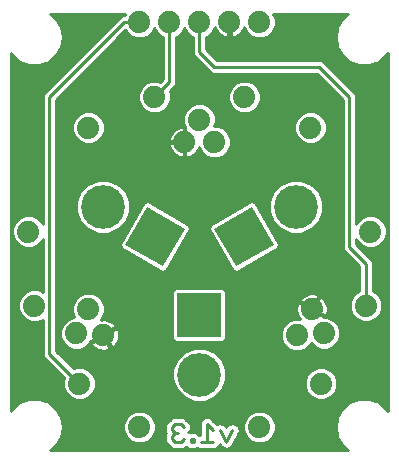
<source format=gbl>
G75*
G70*
%OFA0B0*%
%FSLAX24Y24*%
%IPPOS*%
%LPD*%
%AMOC8*
5,1,8,0,0,1.08239X$1,22.5*
%
%ADD10C,0.0110*%
%ADD11C,0.1457*%
%ADD12R,0.1457X0.1457*%
%ADD13R,0.1457X0.1457*%
%ADD14C,0.0740*%
%ADD15C,0.0100*%
D10*
X019923Y007603D02*
X020022Y007505D01*
X020219Y007505D01*
X020317Y007603D01*
X020541Y007603D02*
X020541Y007505D01*
X020639Y007505D01*
X020639Y007603D01*
X020541Y007603D01*
X020890Y007505D02*
X021284Y007505D01*
X021087Y007505D02*
X021087Y008096D01*
X021284Y007899D01*
X021535Y007899D02*
X021731Y007505D01*
X021928Y007899D01*
X020317Y007997D02*
X020219Y008096D01*
X020022Y008096D01*
X019923Y007997D01*
X019923Y007899D01*
X020022Y007800D01*
X019923Y007702D01*
X019923Y007603D01*
X020022Y007800D02*
X020120Y007800D01*
D11*
X020833Y009750D03*
X017617Y015350D03*
X024049Y015350D03*
D12*
X020833Y011750D03*
D13*
G36*
X019083Y015344D02*
X020343Y014616D01*
X019615Y013356D01*
X018355Y014084D01*
X019083Y015344D01*
G37*
G36*
X023311Y014084D02*
X022051Y013356D01*
X021323Y014616D01*
X022583Y015344D01*
X023311Y014084D01*
G37*
D14*
X026533Y014518D03*
X026383Y012049D03*
X024983Y011125D03*
X024083Y011067D03*
X024583Y011933D03*
X024883Y009451D03*
X022833Y008000D03*
X018833Y008000D03*
X016833Y009451D03*
X017633Y011067D03*
X016734Y011125D03*
X017133Y011933D03*
X015333Y012049D03*
X015133Y014518D03*
X020333Y017500D03*
X021333Y017500D03*
X020833Y018250D03*
X022333Y019000D03*
X024533Y017982D03*
X019333Y019000D03*
X017133Y017982D03*
X018833Y021500D03*
X019833Y021500D03*
X020833Y021500D03*
X021833Y021500D03*
X022833Y021500D03*
D15*
X014553Y020471D02*
X014553Y008529D01*
X014602Y008614D01*
X014856Y008827D01*
X014856Y008827D01*
X015168Y008940D01*
X015499Y008940D01*
X015811Y008827D01*
X015811Y008827D01*
X016065Y008614D01*
X016065Y008614D01*
X016230Y008326D01*
X016230Y008326D01*
X016288Y008000D01*
X016288Y008000D01*
X016230Y007674D01*
X016230Y007674D01*
X016065Y007386D01*
X016065Y007386D01*
X016065Y007386D01*
X015866Y007220D01*
X025801Y007220D01*
X025602Y007386D01*
X025602Y007386D01*
X025436Y007674D01*
X025436Y007674D01*
X025379Y008000D01*
X025379Y008000D01*
X025436Y008326D01*
X025436Y008326D01*
X025602Y008614D01*
X025602Y008614D01*
X025602Y008614D01*
X025856Y008827D01*
X025856Y008827D01*
X026168Y008940D01*
X026499Y008940D01*
X026811Y008827D01*
X026811Y008827D01*
X027065Y008614D01*
X027065Y008614D01*
X027113Y008529D01*
X027113Y020471D01*
X027065Y020386D01*
X027065Y020386D01*
X026811Y020173D01*
X026499Y020060D01*
X026499Y020060D01*
X026168Y020060D01*
X025856Y020173D01*
X025856Y020173D01*
X025602Y020386D01*
X025602Y020386D01*
X025436Y020674D01*
X025436Y020674D01*
X025379Y021000D01*
X025379Y021000D01*
X025436Y021326D01*
X025436Y021326D01*
X025602Y021614D01*
X025602Y021614D01*
X025602Y021614D01*
X025801Y021780D01*
X023302Y021780D01*
X023373Y021607D01*
X023373Y021393D01*
X023291Y021194D01*
X023139Y021042D01*
X022941Y020960D01*
X022726Y020960D01*
X022527Y021042D01*
X022376Y021194D01*
X022322Y021322D01*
X022315Y021300D01*
X022278Y021227D01*
X022230Y021161D01*
X022172Y021103D01*
X022106Y021055D01*
X022033Y021018D01*
X021955Y020993D01*
X021883Y020981D01*
X021883Y021450D01*
X021783Y021450D01*
X021783Y020981D01*
X021712Y020993D01*
X021634Y021018D01*
X021561Y021055D01*
X021495Y021103D01*
X021437Y021161D01*
X021389Y021227D01*
X021351Y021300D01*
X021344Y021322D01*
X021291Y021194D01*
X021139Y021042D01*
X021053Y021007D01*
X021053Y020591D01*
X021424Y020220D01*
X024924Y020220D01*
X025053Y020091D01*
X026053Y019091D01*
X026053Y014770D01*
X026076Y014824D01*
X026227Y014976D01*
X026426Y015058D01*
X026641Y015058D01*
X026839Y014976D01*
X026991Y014824D01*
X027073Y014625D01*
X027073Y014411D01*
X026991Y014212D01*
X026839Y014060D01*
X026641Y013978D01*
X026426Y013978D01*
X026227Y014060D01*
X026076Y014212D01*
X026053Y014266D01*
X026053Y014091D01*
X026603Y013541D01*
X026603Y012542D01*
X026689Y012507D01*
X026841Y012355D01*
X026923Y012156D01*
X026923Y011942D01*
X026841Y011743D01*
X026689Y011591D01*
X026491Y011509D01*
X026276Y011509D01*
X026077Y011591D01*
X025926Y011743D01*
X025843Y011942D01*
X025843Y012156D01*
X025926Y012355D01*
X026077Y012507D01*
X026163Y012542D01*
X026163Y013359D01*
X025742Y013780D01*
X025613Y013909D01*
X025613Y018909D01*
X024742Y019780D01*
X021242Y019780D01*
X020742Y020280D01*
X020613Y020409D01*
X020613Y021007D01*
X020527Y021042D01*
X020376Y021194D01*
X020333Y021296D01*
X020291Y021194D01*
X020139Y021042D01*
X020053Y021007D01*
X020053Y019409D01*
X019924Y019280D01*
X019838Y019193D01*
X019873Y019107D01*
X019873Y018893D01*
X019791Y018694D01*
X019639Y018542D01*
X019441Y018460D01*
X019226Y018460D01*
X019027Y018542D01*
X018876Y018694D01*
X018793Y018893D01*
X018793Y019107D01*
X018876Y019306D01*
X019027Y019458D01*
X019226Y019540D01*
X019441Y019540D01*
X019527Y019504D01*
X019613Y019591D01*
X019613Y021007D01*
X019527Y021042D01*
X019376Y021194D01*
X019333Y021296D01*
X019291Y021194D01*
X019139Y021042D01*
X018941Y020960D01*
X018726Y020960D01*
X018527Y021042D01*
X018376Y021194D01*
X018365Y021220D01*
X016053Y018909D01*
X016053Y010542D01*
X016640Y009955D01*
X016726Y009991D01*
X016941Y009991D01*
X017139Y009909D01*
X017291Y009757D01*
X019935Y009757D01*
X019935Y009855D02*
X017192Y009855D01*
X017291Y009757D02*
X017373Y009558D01*
X017373Y009344D01*
X017291Y009145D01*
X017139Y008993D01*
X016941Y008911D01*
X016726Y008911D01*
X016527Y008993D01*
X016376Y009145D01*
X016293Y009344D01*
X016293Y009558D01*
X016329Y009644D01*
X015669Y010304D01*
X015613Y010360D01*
X015613Y010360D01*
X015613Y010452D01*
X015613Y011581D01*
X015441Y011509D01*
X015226Y011509D01*
X015027Y011591D01*
X014876Y011743D01*
X014793Y011942D01*
X014793Y012156D01*
X014876Y012355D01*
X015027Y012507D01*
X015226Y012589D01*
X015441Y012589D01*
X015613Y012518D01*
X015613Y014266D01*
X015591Y014212D01*
X015439Y014060D01*
X015241Y013978D01*
X015026Y013978D01*
X014827Y014060D01*
X014676Y014212D01*
X014593Y014411D01*
X014593Y014625D01*
X014676Y014824D01*
X014827Y014976D01*
X015026Y015058D01*
X015241Y015058D01*
X015439Y014976D01*
X015591Y014824D01*
X015613Y014770D01*
X015613Y019091D01*
X015742Y019220D01*
X018113Y021591D01*
X018242Y021720D01*
X018340Y021720D01*
X018365Y021780D01*
X015866Y021780D01*
X016065Y021614D01*
X016065Y021614D01*
X016230Y021326D01*
X016230Y021326D01*
X016288Y021000D01*
X016288Y021000D01*
X016230Y020674D01*
X016230Y020674D01*
X016065Y020386D01*
X016065Y020386D01*
X016065Y020386D01*
X015811Y020173D01*
X015811Y020173D01*
X015499Y020060D01*
X015168Y020060D01*
X014856Y020173D01*
X014856Y020173D01*
X014602Y020386D01*
X014602Y020386D01*
X014553Y020471D01*
X014553Y020395D02*
X014597Y020395D01*
X014553Y020297D02*
X014709Y020297D01*
X014827Y020198D02*
X014553Y020198D01*
X014553Y020100D02*
X015059Y020100D01*
X015608Y020100D02*
X016622Y020100D01*
X016720Y020198D02*
X015840Y020198D01*
X015957Y020297D02*
X016819Y020297D01*
X016917Y020395D02*
X016069Y020395D01*
X016126Y020494D02*
X017016Y020494D01*
X017114Y020592D02*
X016183Y020592D01*
X016233Y020691D02*
X017213Y020691D01*
X017311Y020789D02*
X016251Y020789D01*
X016268Y020888D02*
X017410Y020888D01*
X017508Y020986D02*
X016285Y020986D01*
X016273Y021085D02*
X017607Y021085D01*
X017705Y021183D02*
X016256Y021183D01*
X016238Y021282D02*
X017804Y021282D01*
X017902Y021380D02*
X016199Y021380D01*
X016142Y021479D02*
X018001Y021479D01*
X018099Y021577D02*
X016086Y021577D01*
X015991Y021676D02*
X018198Y021676D01*
X018362Y021774D02*
X015873Y021774D01*
X017736Y020592D02*
X019613Y020592D01*
X019613Y020494D02*
X017638Y020494D01*
X017539Y020395D02*
X019613Y020395D01*
X019613Y020297D02*
X017441Y020297D01*
X017342Y020198D02*
X019613Y020198D01*
X019613Y020100D02*
X017244Y020100D01*
X017145Y020001D02*
X019613Y020001D01*
X019613Y019903D02*
X017047Y019903D01*
X016948Y019804D02*
X019613Y019804D01*
X019613Y019706D02*
X016850Y019706D01*
X016751Y019607D02*
X019613Y019607D01*
X019531Y019509D02*
X019517Y019509D01*
X019833Y019500D02*
X019833Y021500D01*
X020327Y021282D02*
X020339Y021282D01*
X020387Y021183D02*
X020280Y021183D01*
X020182Y021085D02*
X020485Y021085D01*
X020613Y020986D02*
X020053Y020986D01*
X020053Y020888D02*
X020613Y020888D01*
X020613Y020789D02*
X020053Y020789D01*
X020053Y020691D02*
X020613Y020691D01*
X020613Y020592D02*
X020053Y020592D01*
X020053Y020494D02*
X020613Y020494D01*
X020627Y020395D02*
X020053Y020395D01*
X020053Y020297D02*
X020726Y020297D01*
X020824Y020198D02*
X020053Y020198D01*
X020053Y020100D02*
X020923Y020100D01*
X021021Y020001D02*
X020053Y020001D01*
X020053Y019903D02*
X021120Y019903D01*
X021218Y019804D02*
X020053Y019804D01*
X020053Y019706D02*
X024817Y019706D01*
X024915Y019607D02*
X020053Y019607D01*
X020053Y019509D02*
X022150Y019509D01*
X022226Y019540D02*
X022027Y019458D01*
X021876Y019306D01*
X021793Y019107D01*
X021793Y018893D01*
X021876Y018694D01*
X022027Y018542D01*
X022226Y018460D01*
X022441Y018460D01*
X022639Y018542D01*
X022791Y018694D01*
X022873Y018893D01*
X022873Y019107D01*
X022791Y019306D01*
X022639Y019458D01*
X022441Y019540D01*
X022226Y019540D01*
X021980Y019410D02*
X020053Y019410D01*
X019956Y019312D02*
X021881Y019312D01*
X021837Y019213D02*
X019857Y019213D01*
X019870Y019115D02*
X021796Y019115D01*
X021793Y019016D02*
X019873Y019016D01*
X019873Y018918D02*
X021793Y018918D01*
X021824Y018819D02*
X019843Y018819D01*
X019802Y018721D02*
X020558Y018721D01*
X020527Y018708D02*
X020376Y018556D01*
X020293Y018357D01*
X020293Y018143D01*
X020363Y017974D01*
X020363Y017530D01*
X020303Y017530D01*
X020303Y017470D01*
X019813Y017470D01*
X019813Y017459D01*
X019826Y017378D01*
X019851Y017300D01*
X019889Y017227D01*
X019937Y017161D01*
X019995Y017103D01*
X020061Y017055D01*
X020134Y017018D01*
X020212Y016993D01*
X020292Y016980D01*
X020303Y016980D01*
X020303Y017470D01*
X020363Y017470D01*
X020363Y016980D01*
X020374Y016980D01*
X020455Y016993D01*
X020533Y017018D01*
X020606Y017055D01*
X020672Y017103D01*
X020730Y017161D01*
X020778Y017227D01*
X020815Y017300D01*
X020822Y017322D01*
X020876Y017194D01*
X021027Y017042D01*
X021226Y016960D01*
X021441Y016960D01*
X021639Y017042D01*
X021791Y017194D01*
X021873Y017393D01*
X021873Y017607D01*
X021791Y017806D01*
X021639Y017958D01*
X021441Y018040D01*
X021331Y018040D01*
X021373Y018143D01*
X021373Y018357D01*
X021291Y018556D01*
X021139Y018708D01*
X020941Y018790D01*
X020726Y018790D01*
X020527Y018708D01*
X020442Y018622D02*
X019719Y018622D01*
X019594Y018524D02*
X020362Y018524D01*
X020321Y018425D02*
X017454Y018425D01*
X017439Y018440D02*
X017591Y018288D01*
X017673Y018089D01*
X017673Y017875D01*
X017591Y017676D01*
X017439Y017524D01*
X017241Y017442D01*
X017026Y017442D01*
X016827Y017524D01*
X016676Y017676D01*
X016593Y017875D01*
X016593Y018089D01*
X016676Y018288D01*
X016827Y018440D01*
X017026Y018522D01*
X017241Y018522D01*
X017439Y018440D01*
X017553Y018327D02*
X020293Y018327D01*
X020293Y018228D02*
X017616Y018228D01*
X017657Y018130D02*
X020299Y018130D01*
X020340Y018031D02*
X017673Y018031D01*
X017673Y017933D02*
X020044Y017933D01*
X020061Y017945D02*
X019995Y017897D01*
X019937Y017839D01*
X019889Y017773D01*
X019851Y017700D01*
X019826Y017622D01*
X019813Y017541D01*
X019813Y017530D01*
X020303Y017530D01*
X020303Y018020D01*
X020292Y018020D01*
X020212Y018007D01*
X020134Y017982D01*
X020061Y017945D01*
X019933Y017834D02*
X017657Y017834D01*
X017616Y017736D02*
X019870Y017736D01*
X019831Y017637D02*
X017552Y017637D01*
X017453Y017539D02*
X019813Y017539D01*
X019816Y017440D02*
X016053Y017440D01*
X016053Y017342D02*
X019838Y017342D01*
X019881Y017243D02*
X016053Y017243D01*
X016053Y017145D02*
X019953Y017145D01*
X020079Y017046D02*
X016053Y017046D01*
X016053Y016948D02*
X025613Y016948D01*
X025613Y017046D02*
X021643Y017046D01*
X021742Y017145D02*
X025613Y017145D01*
X025613Y017243D02*
X021811Y017243D01*
X021852Y017342D02*
X025613Y017342D01*
X025613Y017440D02*
X021873Y017440D01*
X021873Y017539D02*
X024213Y017539D01*
X024227Y017524D02*
X024426Y017442D01*
X024641Y017442D01*
X024839Y017524D01*
X024991Y017676D01*
X025073Y017875D01*
X025073Y018089D01*
X024991Y018288D01*
X024839Y018440D01*
X024641Y018522D01*
X024426Y018522D01*
X024227Y018440D01*
X024076Y018288D01*
X023993Y018089D01*
X023993Y017875D01*
X024076Y017676D01*
X024227Y017524D01*
X024115Y017637D02*
X021861Y017637D01*
X021820Y017736D02*
X024051Y017736D01*
X024010Y017834D02*
X021763Y017834D01*
X021664Y017933D02*
X023993Y017933D01*
X023993Y018031D02*
X021462Y018031D01*
X021368Y018130D02*
X024010Y018130D01*
X024051Y018228D02*
X021373Y018228D01*
X021373Y018327D02*
X024114Y018327D01*
X024213Y018425D02*
X021345Y018425D01*
X021305Y018524D02*
X022073Y018524D01*
X021948Y018622D02*
X021225Y018622D01*
X021109Y018721D02*
X021865Y018721D01*
X022594Y018524D02*
X025613Y018524D01*
X025613Y018622D02*
X022719Y018622D01*
X022802Y018721D02*
X025613Y018721D01*
X025613Y018819D02*
X022843Y018819D01*
X022873Y018918D02*
X025605Y018918D01*
X025506Y019016D02*
X022873Y019016D01*
X022870Y019115D02*
X025408Y019115D01*
X025309Y019213D02*
X022830Y019213D01*
X022785Y019312D02*
X025211Y019312D01*
X025112Y019410D02*
X022687Y019410D01*
X022517Y019509D02*
X025014Y019509D01*
X025340Y019804D02*
X027113Y019804D01*
X027113Y019706D02*
X025439Y019706D01*
X025537Y019607D02*
X027113Y019607D01*
X027113Y019509D02*
X025636Y019509D01*
X025734Y019410D02*
X027113Y019410D01*
X027113Y019312D02*
X025833Y019312D01*
X025931Y019213D02*
X027113Y019213D01*
X027113Y019115D02*
X026030Y019115D01*
X026053Y019016D02*
X027113Y019016D01*
X027113Y018918D02*
X026053Y018918D01*
X026053Y018819D02*
X027113Y018819D01*
X027113Y018721D02*
X026053Y018721D01*
X026053Y018622D02*
X027113Y018622D01*
X027113Y018524D02*
X026053Y018524D01*
X026053Y018425D02*
X027113Y018425D01*
X027113Y018327D02*
X026053Y018327D01*
X026053Y018228D02*
X027113Y018228D01*
X027113Y018130D02*
X026053Y018130D01*
X026053Y018031D02*
X027113Y018031D01*
X027113Y017933D02*
X026053Y017933D01*
X026053Y017834D02*
X027113Y017834D01*
X027113Y017736D02*
X026053Y017736D01*
X026053Y017637D02*
X027113Y017637D01*
X027113Y017539D02*
X026053Y017539D01*
X026053Y017440D02*
X027113Y017440D01*
X027113Y017342D02*
X026053Y017342D01*
X026053Y017243D02*
X027113Y017243D01*
X027113Y017145D02*
X026053Y017145D01*
X026053Y017046D02*
X027113Y017046D01*
X027113Y016948D02*
X026053Y016948D01*
X026053Y016849D02*
X027113Y016849D01*
X027113Y016751D02*
X026053Y016751D01*
X026053Y016652D02*
X027113Y016652D01*
X027113Y016554D02*
X026053Y016554D01*
X026053Y016455D02*
X027113Y016455D01*
X027113Y016357D02*
X026053Y016357D01*
X026053Y016258D02*
X027113Y016258D01*
X027113Y016160D02*
X026053Y016160D01*
X026053Y016061D02*
X027113Y016061D01*
X027113Y015963D02*
X026053Y015963D01*
X026053Y015864D02*
X027113Y015864D01*
X027113Y015766D02*
X026053Y015766D01*
X026053Y015667D02*
X027113Y015667D01*
X027113Y015569D02*
X026053Y015569D01*
X026053Y015470D02*
X027113Y015470D01*
X027113Y015372D02*
X026053Y015372D01*
X026053Y015273D02*
X027113Y015273D01*
X027113Y015175D02*
X026053Y015175D01*
X026053Y015076D02*
X027113Y015076D01*
X027113Y014978D02*
X026835Y014978D01*
X026936Y014879D02*
X027113Y014879D01*
X027113Y014781D02*
X027009Y014781D01*
X027050Y014682D02*
X027113Y014682D01*
X027113Y014584D02*
X027073Y014584D01*
X027073Y014485D02*
X027113Y014485D01*
X027113Y014387D02*
X027063Y014387D01*
X027023Y014288D02*
X027113Y014288D01*
X027113Y014190D02*
X026969Y014190D01*
X026870Y014091D02*
X027113Y014091D01*
X027113Y013993D02*
X026676Y013993D01*
X026391Y013993D02*
X026152Y013993D01*
X026197Y014091D02*
X026053Y014091D01*
X026053Y014190D02*
X026098Y014190D01*
X025833Y014000D02*
X025833Y019000D01*
X024833Y020000D01*
X021333Y020000D01*
X020833Y020500D01*
X020833Y021500D01*
X021327Y021282D02*
X021361Y021282D01*
X021421Y021183D02*
X021280Y021183D01*
X021182Y021085D02*
X021521Y021085D01*
X021754Y020986D02*
X021053Y020986D01*
X021053Y020888D02*
X025399Y020888D01*
X025381Y020986D02*
X023004Y020986D01*
X023182Y021085D02*
X025394Y021085D01*
X025411Y021183D02*
X023280Y021183D01*
X023327Y021282D02*
X025428Y021282D01*
X025467Y021380D02*
X023368Y021380D01*
X023373Y021479D02*
X025524Y021479D01*
X025581Y021577D02*
X023373Y021577D01*
X023345Y021676D02*
X025676Y021676D01*
X025793Y021774D02*
X023304Y021774D01*
X022485Y021085D02*
X022146Y021085D01*
X022246Y021183D02*
X022387Y021183D01*
X022339Y021282D02*
X022306Y021282D01*
X021883Y021282D02*
X021783Y021282D01*
X021783Y021380D02*
X021883Y021380D01*
X021883Y021183D02*
X021783Y021183D01*
X021783Y021085D02*
X021883Y021085D01*
X021883Y020986D02*
X021783Y020986D01*
X021912Y020986D02*
X022663Y020986D01*
X021348Y020297D02*
X025709Y020297D01*
X025597Y020395D02*
X021249Y020395D01*
X021151Y020494D02*
X025540Y020494D01*
X025483Y020592D02*
X021053Y020592D01*
X021053Y020691D02*
X025433Y020691D01*
X025416Y020789D02*
X021053Y020789D01*
X019613Y020789D02*
X017933Y020789D01*
X017835Y020691D02*
X019613Y020691D01*
X019613Y020888D02*
X018032Y020888D01*
X018130Y020986D02*
X018663Y020986D01*
X018485Y021085D02*
X018229Y021085D01*
X018327Y021183D02*
X018387Y021183D01*
X018333Y021500D02*
X018833Y021500D01*
X018333Y021500D02*
X015833Y019000D01*
X015833Y010451D01*
X016833Y009451D01*
X016453Y009067D02*
X014553Y009067D01*
X014553Y008969D02*
X016586Y008969D01*
X016367Y009166D02*
X014553Y009166D01*
X014553Y009264D02*
X016326Y009264D01*
X016293Y009363D02*
X014553Y009363D01*
X014553Y009461D02*
X016293Y009461D01*
X016294Y009560D02*
X014553Y009560D01*
X014553Y009658D02*
X016315Y009658D01*
X016216Y009757D02*
X014553Y009757D01*
X014553Y009855D02*
X016118Y009855D01*
X016019Y009954D02*
X014553Y009954D01*
X014553Y010052D02*
X015921Y010052D01*
X015822Y010151D02*
X014553Y010151D01*
X014553Y010249D02*
X015724Y010249D01*
X015625Y010348D02*
X014553Y010348D01*
X014553Y010446D02*
X015613Y010446D01*
X015613Y010360D02*
X015613Y010360D01*
X015613Y010545D02*
X014553Y010545D01*
X014553Y010643D02*
X015613Y010643D01*
X015613Y010742D02*
X014553Y010742D01*
X014553Y010840D02*
X015613Y010840D01*
X015613Y010939D02*
X014553Y010939D01*
X014553Y011037D02*
X015613Y011037D01*
X015613Y011136D02*
X014553Y011136D01*
X014553Y011234D02*
X015613Y011234D01*
X015613Y011333D02*
X014553Y011333D01*
X014553Y011431D02*
X015613Y011431D01*
X015613Y011530D02*
X015491Y011530D01*
X015175Y011530D02*
X014553Y011530D01*
X014553Y011628D02*
X014990Y011628D01*
X014892Y011727D02*
X014553Y011727D01*
X014553Y011825D02*
X014841Y011825D01*
X014801Y011924D02*
X014553Y011924D01*
X014553Y012022D02*
X014793Y012022D01*
X014793Y012121D02*
X014553Y012121D01*
X014553Y012219D02*
X014819Y012219D01*
X014860Y012318D02*
X014553Y012318D01*
X014553Y012416D02*
X014937Y012416D01*
X015047Y012515D02*
X014553Y012515D01*
X014553Y012613D02*
X015613Y012613D01*
X015613Y012712D02*
X014553Y012712D01*
X014553Y012810D02*
X015613Y012810D01*
X015613Y012909D02*
X014553Y012909D01*
X014553Y013007D02*
X015613Y013007D01*
X015613Y013106D02*
X014553Y013106D01*
X014553Y013204D02*
X015613Y013204D01*
X015613Y013303D02*
X014553Y013303D01*
X014553Y013401D02*
X015613Y013401D01*
X015613Y013500D02*
X014553Y013500D01*
X014553Y013599D02*
X015613Y013599D01*
X015613Y013697D02*
X014553Y013697D01*
X014553Y013796D02*
X015613Y013796D01*
X015613Y013894D02*
X014553Y013894D01*
X014553Y013993D02*
X014991Y013993D01*
X014797Y014091D02*
X014553Y014091D01*
X014553Y014190D02*
X014698Y014190D01*
X014644Y014288D02*
X014553Y014288D01*
X014553Y014387D02*
X014603Y014387D01*
X014593Y014485D02*
X014553Y014485D01*
X014553Y014584D02*
X014593Y014584D01*
X014617Y014682D02*
X014553Y014682D01*
X014553Y014781D02*
X014658Y014781D01*
X014731Y014879D02*
X014553Y014879D01*
X014553Y014978D02*
X014832Y014978D01*
X014553Y015076D02*
X015613Y015076D01*
X015613Y014978D02*
X015435Y014978D01*
X015536Y014879D02*
X015613Y014879D01*
X015609Y014781D02*
X015613Y014781D01*
X016053Y014781D02*
X016916Y014781D01*
X016856Y014841D02*
X017108Y014588D01*
X017439Y014452D01*
X017796Y014452D01*
X018126Y014588D01*
X018379Y014841D01*
X018516Y015171D01*
X018516Y015529D01*
X018379Y015859D01*
X018126Y016112D01*
X017796Y016248D01*
X017439Y016248D01*
X017108Y016112D01*
X016856Y015859D01*
X016719Y015529D01*
X016719Y015171D01*
X016856Y014841D01*
X016840Y014879D02*
X016053Y014879D01*
X016053Y014978D02*
X016799Y014978D01*
X016758Y015076D02*
X016053Y015076D01*
X016053Y015175D02*
X016719Y015175D01*
X016719Y015273D02*
X016053Y015273D01*
X016053Y015372D02*
X016719Y015372D01*
X016719Y015470D02*
X016053Y015470D01*
X016053Y015569D02*
X016735Y015569D01*
X016776Y015667D02*
X016053Y015667D01*
X016053Y015766D02*
X016817Y015766D01*
X016861Y015864D02*
X016053Y015864D01*
X016053Y015963D02*
X016959Y015963D01*
X017058Y016061D02*
X016053Y016061D01*
X016053Y016160D02*
X017224Y016160D01*
X018010Y016160D02*
X023656Y016160D01*
X023540Y016112D02*
X023871Y016248D01*
X024228Y016248D01*
X024558Y016112D01*
X024811Y015859D01*
X024948Y015529D01*
X024948Y015171D01*
X024811Y014841D01*
X024558Y014588D01*
X024228Y014452D01*
X023871Y014452D01*
X023540Y014588D01*
X023288Y014841D01*
X023151Y015171D01*
X023151Y015529D01*
X023288Y015859D01*
X023540Y016112D01*
X023490Y016061D02*
X018177Y016061D01*
X018275Y015963D02*
X023391Y015963D01*
X023293Y015864D02*
X018374Y015864D01*
X018418Y015766D02*
X023249Y015766D01*
X023208Y015667D02*
X018458Y015667D01*
X018499Y015569D02*
X023168Y015569D01*
X023151Y015470D02*
X022708Y015470D01*
X022696Y015491D02*
X022560Y015527D01*
X021176Y014729D01*
X021140Y014593D01*
X021939Y013209D01*
X022075Y013173D01*
X023458Y013971D01*
X023495Y014107D01*
X022696Y015491D01*
X022765Y015372D02*
X023151Y015372D01*
X023151Y015273D02*
X022822Y015273D01*
X022879Y015175D02*
X023151Y015175D01*
X023190Y015076D02*
X022935Y015076D01*
X022992Y014978D02*
X023231Y014978D01*
X023272Y014879D02*
X023049Y014879D01*
X023106Y014781D02*
X023348Y014781D01*
X023447Y014682D02*
X023163Y014682D01*
X023220Y014584D02*
X023552Y014584D01*
X023790Y014485D02*
X023277Y014485D01*
X023334Y014387D02*
X025613Y014387D01*
X025613Y014485D02*
X024309Y014485D01*
X024546Y014584D02*
X025613Y014584D01*
X025613Y014682D02*
X024652Y014682D01*
X024750Y014781D02*
X025613Y014781D01*
X025613Y014879D02*
X024827Y014879D01*
X024867Y014978D02*
X025613Y014978D01*
X025613Y015076D02*
X024908Y015076D01*
X024948Y015175D02*
X025613Y015175D01*
X025613Y015273D02*
X024948Y015273D01*
X024948Y015372D02*
X025613Y015372D01*
X025613Y015470D02*
X024948Y015470D01*
X024931Y015569D02*
X025613Y015569D01*
X025613Y015667D02*
X024890Y015667D01*
X024850Y015766D02*
X025613Y015766D01*
X025613Y015864D02*
X024806Y015864D01*
X024707Y015963D02*
X025613Y015963D01*
X025613Y016061D02*
X024609Y016061D01*
X024443Y016160D02*
X025613Y016160D01*
X025613Y016258D02*
X016053Y016258D01*
X016053Y016357D02*
X025613Y016357D01*
X025613Y016455D02*
X016053Y016455D01*
X016053Y016554D02*
X025613Y016554D01*
X025613Y016652D02*
X016053Y016652D01*
X016053Y016751D02*
X025613Y016751D01*
X025613Y016849D02*
X016053Y016849D01*
X015613Y016849D02*
X014553Y016849D01*
X014553Y016751D02*
X015613Y016751D01*
X015613Y016652D02*
X014553Y016652D01*
X014553Y016554D02*
X015613Y016554D01*
X015613Y016455D02*
X014553Y016455D01*
X014553Y016357D02*
X015613Y016357D01*
X015613Y016258D02*
X014553Y016258D01*
X014553Y016160D02*
X015613Y016160D01*
X015613Y016061D02*
X014553Y016061D01*
X014553Y015963D02*
X015613Y015963D01*
X015613Y015864D02*
X014553Y015864D01*
X014553Y015766D02*
X015613Y015766D01*
X015613Y015667D02*
X014553Y015667D01*
X014553Y015569D02*
X015613Y015569D01*
X015613Y015470D02*
X014553Y015470D01*
X014553Y015372D02*
X015613Y015372D01*
X015613Y015273D02*
X014553Y015273D01*
X014553Y015175D02*
X015613Y015175D01*
X016053Y014682D02*
X017015Y014682D01*
X017120Y014584D02*
X016053Y014584D01*
X016053Y014485D02*
X017358Y014485D01*
X017877Y014485D02*
X018390Y014485D01*
X018447Y014584D02*
X018114Y014584D01*
X018220Y014682D02*
X018504Y014682D01*
X018561Y014781D02*
X018318Y014781D01*
X018395Y014879D02*
X018617Y014879D01*
X018674Y014978D02*
X018435Y014978D01*
X018476Y015076D02*
X018731Y015076D01*
X018788Y015175D02*
X018516Y015175D01*
X018516Y015273D02*
X018845Y015273D01*
X018902Y015372D02*
X018516Y015372D01*
X018516Y015470D02*
X018959Y015470D01*
X018971Y015491D02*
X019107Y015527D01*
X020490Y014729D01*
X020527Y014593D01*
X019728Y013209D01*
X019592Y013173D01*
X018208Y013971D01*
X018172Y014107D01*
X018971Y015491D01*
X019206Y015470D02*
X022461Y015470D01*
X022290Y015372D02*
X019377Y015372D01*
X019547Y015273D02*
X022119Y015273D01*
X021949Y015175D02*
X019718Y015175D01*
X019889Y015076D02*
X021778Y015076D01*
X021607Y014978D02*
X020059Y014978D01*
X020230Y014879D02*
X021437Y014879D01*
X021266Y014781D02*
X020400Y014781D01*
X020503Y014682D02*
X021164Y014682D01*
X021145Y014584D02*
X020521Y014584D01*
X020465Y014485D02*
X021202Y014485D01*
X021259Y014387D02*
X020408Y014387D01*
X020351Y014288D02*
X021316Y014288D01*
X021373Y014190D02*
X020294Y014190D01*
X020237Y014091D02*
X021430Y014091D01*
X021486Y013993D02*
X020180Y013993D01*
X020123Y013894D02*
X021543Y013894D01*
X021600Y013796D02*
X020067Y013796D01*
X020010Y013697D02*
X021657Y013697D01*
X021714Y013599D02*
X019953Y013599D01*
X019896Y013500D02*
X021771Y013500D01*
X021828Y013401D02*
X019839Y013401D01*
X019782Y013303D02*
X021884Y013303D01*
X021956Y013204D02*
X019711Y013204D01*
X019537Y013204D02*
X016053Y013204D01*
X016053Y013106D02*
X026163Y013106D01*
X026163Y013204D02*
X022130Y013204D01*
X022301Y013303D02*
X026163Y013303D01*
X026121Y013401D02*
X022471Y013401D01*
X022642Y013500D02*
X026022Y013500D01*
X025924Y013599D02*
X022812Y013599D01*
X022983Y013697D02*
X025825Y013697D01*
X025727Y013796D02*
X023154Y013796D01*
X023324Y013894D02*
X025628Y013894D01*
X025613Y013993D02*
X023464Y013993D01*
X023490Y014091D02*
X025613Y014091D01*
X025613Y014190D02*
X023447Y014190D01*
X023390Y014288D02*
X025613Y014288D01*
X025833Y014000D02*
X026383Y013450D01*
X026383Y012049D01*
X025891Y011825D02*
X025093Y011825D01*
X025091Y011811D02*
X025103Y011892D01*
X025103Y011974D01*
X025091Y012055D01*
X025065Y012133D01*
X025028Y012206D01*
X024980Y012272D01*
X024922Y012330D01*
X024869Y012368D01*
X024624Y011944D01*
X024572Y011974D01*
X024542Y011922D01*
X024119Y012167D01*
X024101Y012133D01*
X024076Y012055D01*
X024063Y011974D01*
X024063Y011892D01*
X024076Y011811D01*
X024101Y011733D01*
X024139Y011660D01*
X024177Y011607D01*
X023976Y011607D01*
X023777Y011525D01*
X023626Y011373D01*
X023543Y011174D01*
X023543Y010960D01*
X023626Y010761D01*
X023777Y010609D01*
X023976Y010527D01*
X024191Y010527D01*
X024389Y010609D01*
X024541Y010761D01*
X024553Y010791D01*
X024677Y010667D01*
X024875Y010585D01*
X025090Y010585D01*
X025289Y010667D01*
X025441Y010819D01*
X025523Y011018D01*
X025523Y011232D01*
X025441Y011431D01*
X025289Y011583D01*
X025090Y011665D01*
X024988Y011665D01*
X024594Y011892D01*
X024624Y011944D01*
X025048Y011699D01*
X025065Y011733D01*
X025091Y011811D01*
X025062Y011727D02*
X025942Y011727D01*
X026040Y011628D02*
X025178Y011628D01*
X025342Y011530D02*
X026225Y011530D01*
X026541Y011530D02*
X027113Y011530D01*
X027113Y011628D02*
X026726Y011628D01*
X026825Y011727D02*
X027113Y011727D01*
X027113Y011825D02*
X026875Y011825D01*
X026916Y011924D02*
X027113Y011924D01*
X027113Y012022D02*
X026923Y012022D01*
X026923Y012121D02*
X027113Y012121D01*
X027113Y012219D02*
X026897Y012219D01*
X026856Y012318D02*
X027113Y012318D01*
X027113Y012416D02*
X026780Y012416D01*
X026669Y012515D02*
X027113Y012515D01*
X027113Y012613D02*
X026603Y012613D01*
X026603Y012712D02*
X027113Y012712D01*
X027113Y012810D02*
X026603Y012810D01*
X026603Y012909D02*
X027113Y012909D01*
X027113Y013007D02*
X026603Y013007D01*
X026603Y013106D02*
X027113Y013106D01*
X027113Y013204D02*
X026603Y013204D01*
X026603Y013303D02*
X027113Y013303D01*
X027113Y013401D02*
X026603Y013401D01*
X026603Y013500D02*
X027113Y013500D01*
X027113Y013599D02*
X026546Y013599D01*
X026447Y013697D02*
X027113Y013697D01*
X027113Y013796D02*
X026349Y013796D01*
X026250Y013894D02*
X027113Y013894D01*
X026163Y013007D02*
X016053Y013007D01*
X016053Y012909D02*
X026163Y012909D01*
X026163Y012810D02*
X016053Y012810D01*
X016053Y012712D02*
X026163Y012712D01*
X026163Y012613D02*
X021667Y012613D01*
X021632Y012648D02*
X020035Y012648D01*
X019935Y012549D01*
X019935Y010951D01*
X020035Y010852D01*
X021632Y010852D01*
X021732Y010951D01*
X021732Y012549D01*
X021632Y012648D01*
X021732Y012515D02*
X026097Y012515D01*
X025987Y012416D02*
X024778Y012416D01*
X024783Y012415D02*
X024705Y012440D01*
X024624Y012453D01*
X024542Y012453D01*
X024462Y012440D01*
X024384Y012415D01*
X024311Y012378D01*
X024245Y012330D01*
X024187Y012272D01*
X024148Y012219D01*
X024572Y011974D01*
X024817Y012398D01*
X024783Y012415D01*
X024771Y012318D02*
X024840Y012318D01*
X024934Y012318D02*
X025910Y012318D01*
X025869Y012219D02*
X025018Y012219D01*
X025069Y012121D02*
X025843Y012121D01*
X025843Y012022D02*
X025096Y012022D01*
X025103Y011924D02*
X025851Y011924D01*
X025440Y011431D02*
X027113Y011431D01*
X027113Y011333D02*
X025481Y011333D01*
X025522Y011234D02*
X027113Y011234D01*
X027113Y011136D02*
X025523Y011136D01*
X025523Y011037D02*
X027113Y011037D01*
X027113Y010939D02*
X025490Y010939D01*
X025449Y010840D02*
X027113Y010840D01*
X027113Y010742D02*
X025364Y010742D01*
X025231Y010643D02*
X027113Y010643D01*
X027113Y010545D02*
X024234Y010545D01*
X024424Y010643D02*
X024734Y010643D01*
X024602Y010742D02*
X024522Y010742D01*
X023932Y010545D02*
X021262Y010545D01*
X021342Y010512D02*
X021012Y010648D01*
X020655Y010648D01*
X020324Y010512D01*
X020072Y010259D01*
X019935Y009929D01*
X019935Y009571D01*
X020072Y009241D01*
X020324Y008988D01*
X020655Y008852D01*
X021012Y008852D01*
X021342Y008988D01*
X021595Y009241D01*
X021732Y009571D01*
X021732Y009929D01*
X021595Y010259D01*
X021342Y010512D01*
X021407Y010446D02*
X027113Y010446D01*
X027113Y010348D02*
X021506Y010348D01*
X021599Y010249D02*
X027113Y010249D01*
X027113Y010151D02*
X021640Y010151D01*
X021680Y010052D02*
X027113Y010052D01*
X027113Y009954D02*
X025080Y009954D01*
X024991Y009991D02*
X024776Y009991D01*
X024577Y009909D01*
X024426Y009757D01*
X021732Y009757D01*
X021732Y009855D02*
X024524Y009855D01*
X024426Y009757D02*
X024343Y009558D01*
X024343Y009344D01*
X024426Y009145D01*
X024577Y008993D01*
X024776Y008911D01*
X024991Y008911D01*
X025189Y008993D01*
X025341Y009145D01*
X025423Y009344D01*
X025423Y009558D01*
X025341Y009757D01*
X027113Y009757D01*
X027113Y009855D02*
X025242Y009855D01*
X025189Y009909D02*
X024991Y009991D01*
X025189Y009909D02*
X025341Y009757D01*
X025382Y009658D02*
X027113Y009658D01*
X027113Y009560D02*
X025423Y009560D01*
X025423Y009461D02*
X027113Y009461D01*
X027113Y009363D02*
X025423Y009363D01*
X025391Y009264D02*
X027113Y009264D01*
X027113Y009166D02*
X025350Y009166D01*
X025264Y009067D02*
X027113Y009067D01*
X027113Y008969D02*
X025131Y008969D01*
X024636Y008969D02*
X021295Y008969D01*
X021421Y009067D02*
X024503Y009067D01*
X024417Y009166D02*
X021520Y009166D01*
X021605Y009264D02*
X024376Y009264D01*
X024343Y009363D02*
X021645Y009363D01*
X021686Y009461D02*
X024343Y009461D01*
X024344Y009560D02*
X021727Y009560D01*
X021732Y009658D02*
X024385Y009658D01*
X024687Y009954D02*
X021721Y009954D01*
X021024Y010643D02*
X023743Y010643D01*
X023645Y010742D02*
X018040Y010742D01*
X018030Y010728D02*
X018078Y010794D01*
X018115Y010867D01*
X018141Y010945D01*
X018153Y011026D01*
X018153Y011108D01*
X018141Y011189D01*
X018115Y011267D01*
X018098Y011301D01*
X017674Y011056D01*
X017919Y010632D01*
X017972Y010670D01*
X018030Y010728D01*
X017935Y010643D02*
X020643Y010643D01*
X020405Y010545D02*
X016053Y010545D01*
X016053Y010643D02*
X016485Y010643D01*
X016428Y010667D02*
X016626Y010585D01*
X016841Y010585D01*
X017040Y010667D01*
X017192Y010819D01*
X017207Y010855D01*
X017592Y011078D01*
X017622Y011026D01*
X017198Y010781D01*
X017237Y010728D01*
X017295Y010670D01*
X017361Y010622D01*
X017434Y010585D01*
X017512Y010560D01*
X017592Y010547D01*
X017674Y010547D01*
X017755Y010560D01*
X017833Y010585D01*
X017867Y010602D01*
X017622Y011026D01*
X017674Y011056D01*
X017644Y011108D01*
X018068Y011353D01*
X018030Y011406D01*
X017972Y011464D01*
X017906Y011512D01*
X017833Y011549D01*
X017755Y011574D01*
X017674Y011587D01*
X017592Y011587D01*
X017543Y011579D01*
X017591Y011627D01*
X017673Y011826D01*
X017673Y012040D01*
X017591Y012239D01*
X017439Y012391D01*
X017241Y012473D01*
X017026Y012473D01*
X016827Y012391D01*
X016676Y012239D01*
X016593Y012040D01*
X016593Y011826D01*
X016660Y011665D01*
X016626Y011665D01*
X016428Y011583D01*
X016276Y011431D01*
X016194Y011232D01*
X016194Y011018D01*
X016276Y010819D01*
X016428Y010667D01*
X016353Y010742D02*
X016053Y010742D01*
X016053Y010840D02*
X016267Y010840D01*
X016226Y010939D02*
X016053Y010939D01*
X016053Y011037D02*
X016194Y011037D01*
X016194Y011136D02*
X016053Y011136D01*
X016053Y011234D02*
X016195Y011234D01*
X016235Y011333D02*
X016053Y011333D01*
X016053Y011431D02*
X016277Y011431D01*
X016375Y011530D02*
X016053Y011530D01*
X016053Y011628D02*
X016538Y011628D01*
X016634Y011727D02*
X016053Y011727D01*
X016053Y011825D02*
X016593Y011825D01*
X016593Y011924D02*
X016053Y011924D01*
X016053Y012022D02*
X016593Y012022D01*
X016627Y012121D02*
X016053Y012121D01*
X016053Y012219D02*
X016668Y012219D01*
X016755Y012318D02*
X016053Y012318D01*
X016053Y012416D02*
X016889Y012416D01*
X017377Y012416D02*
X019935Y012416D01*
X019935Y012318D02*
X017512Y012318D01*
X017599Y012219D02*
X019935Y012219D01*
X019935Y012121D02*
X017640Y012121D01*
X017673Y012022D02*
X019935Y012022D01*
X019935Y011924D02*
X017673Y011924D01*
X017673Y011825D02*
X019935Y011825D01*
X019935Y011727D02*
X017632Y011727D01*
X017592Y011628D02*
X019935Y011628D01*
X019935Y011530D02*
X017870Y011530D01*
X018004Y011431D02*
X019935Y011431D01*
X019935Y011333D02*
X018034Y011333D01*
X017983Y011234D02*
X017863Y011234D01*
X017813Y011136D02*
X017693Y011136D01*
X017685Y011037D02*
X017642Y011037D01*
X017616Y011037D02*
X017522Y011037D01*
X017472Y010939D02*
X017352Y010939D01*
X017301Y010840D02*
X017200Y010840D01*
X017227Y010742D02*
X017114Y010742D01*
X016982Y010643D02*
X017332Y010643D01*
X017729Y010840D02*
X017799Y010840D01*
X017786Y010742D02*
X017856Y010742D01*
X017843Y010643D02*
X017912Y010643D01*
X018102Y010840D02*
X023593Y010840D01*
X023552Y010939D02*
X021719Y010939D01*
X021732Y011037D02*
X023543Y011037D01*
X023543Y011136D02*
X021732Y011136D01*
X021732Y011234D02*
X023568Y011234D01*
X023609Y011333D02*
X021732Y011333D01*
X021732Y011431D02*
X023684Y011431D01*
X023790Y011530D02*
X021732Y011530D01*
X021732Y011628D02*
X024162Y011628D01*
X024105Y011727D02*
X021732Y011727D01*
X021732Y011825D02*
X024074Y011825D01*
X024063Y011924D02*
X021732Y011924D01*
X021732Y012022D02*
X024071Y012022D01*
X024098Y012121D02*
X021732Y012121D01*
X021732Y012219D02*
X024149Y012219D01*
X024198Y012121D02*
X024318Y012121D01*
X024368Y012022D02*
X024488Y012022D01*
X024539Y011924D02*
X024543Y011924D01*
X024613Y011924D02*
X024659Y011924D01*
X024670Y012022D02*
X024600Y012022D01*
X024657Y012121D02*
X024727Y012121D01*
X024714Y012219D02*
X024783Y012219D01*
X024830Y011825D02*
X024710Y011825D01*
X024880Y011727D02*
X025000Y011727D01*
X024389Y012416D02*
X021732Y012416D01*
X021732Y012318D02*
X024233Y012318D01*
X020259Y010446D02*
X016149Y010446D01*
X016247Y010348D02*
X020161Y010348D01*
X020068Y010249D02*
X016346Y010249D01*
X016444Y010151D02*
X020027Y010151D01*
X019986Y010052D02*
X016543Y010052D01*
X017030Y009954D02*
X019945Y009954D01*
X019935Y009658D02*
X017332Y009658D01*
X017373Y009560D02*
X019940Y009560D01*
X019980Y009461D02*
X017373Y009461D01*
X017373Y009363D02*
X020021Y009363D01*
X020062Y009264D02*
X017341Y009264D01*
X017300Y009166D02*
X020147Y009166D01*
X020245Y009067D02*
X017214Y009067D01*
X017081Y008969D02*
X020371Y008969D01*
X020609Y008870D02*
X015690Y008870D01*
X015876Y008772D02*
X025791Y008772D01*
X025674Y008673D02*
X015993Y008673D01*
X016087Y008575D02*
X025580Y008575D01*
X025523Y008476D02*
X023094Y008476D01*
X023139Y008458D02*
X022941Y008540D01*
X022726Y008540D01*
X022527Y008458D01*
X022376Y008306D01*
X022293Y008107D01*
X022293Y007893D01*
X022376Y007694D01*
X022527Y007542D01*
X022726Y007460D01*
X022941Y007460D01*
X023139Y007542D01*
X023291Y007694D01*
X023373Y007893D01*
X023373Y008107D01*
X023291Y008306D01*
X023139Y008458D01*
X023219Y008378D02*
X025466Y008378D01*
X025428Y008279D02*
X023302Y008279D01*
X023343Y008181D02*
X025411Y008181D01*
X025393Y008082D02*
X023373Y008082D01*
X023373Y007984D02*
X025382Y007984D01*
X025399Y007885D02*
X023370Y007885D01*
X023330Y007787D02*
X025416Y007787D01*
X025434Y007688D02*
X023285Y007688D01*
X023187Y007590D02*
X025485Y007590D01*
X025542Y007491D02*
X023017Y007491D01*
X022650Y007491D02*
X021976Y007491D01*
X021940Y007419D02*
X022171Y007881D01*
X022112Y008058D01*
X021946Y008142D01*
X021769Y008083D01*
X021731Y008008D01*
X021694Y008083D01*
X021517Y008142D01*
X021412Y008089D01*
X021312Y008189D01*
X021288Y008213D01*
X021180Y008321D01*
X020994Y008321D01*
X020927Y008254D01*
X020862Y008189D01*
X020862Y007730D01*
X020831Y007730D01*
X020732Y007828D01*
X020466Y007828D01*
X020542Y007904D01*
X020542Y008090D01*
X020444Y008189D01*
X020387Y008245D01*
X020312Y008321D01*
X019929Y008321D01*
X019851Y008243D01*
X019797Y008189D01*
X019776Y008168D01*
X019698Y008090D01*
X019698Y007805D01*
X019704Y007800D01*
X019698Y007795D01*
X019698Y007510D01*
X019797Y007412D01*
X019929Y007280D01*
X020312Y007280D01*
X020380Y007348D01*
X020448Y007280D01*
X020732Y007280D01*
X020765Y007312D01*
X020797Y007280D01*
X021377Y007280D01*
X021509Y007412D01*
X021509Y007447D01*
X021523Y007419D01*
X021548Y007345D01*
X021564Y007337D01*
X021572Y007321D01*
X021645Y007297D01*
X021714Y007262D01*
X021731Y007268D01*
X021749Y007262D01*
X021818Y007297D01*
X021891Y007321D01*
X021899Y007337D01*
X021915Y007345D01*
X021940Y007419D01*
X021931Y007393D02*
X025598Y007393D01*
X025712Y007294D02*
X021814Y007294D01*
X021649Y007294D02*
X021391Y007294D01*
X021490Y007393D02*
X021532Y007393D01*
X022026Y007590D02*
X022480Y007590D01*
X022381Y007688D02*
X022075Y007688D01*
X022124Y007787D02*
X022337Y007787D01*
X022296Y007885D02*
X022170Y007885D01*
X022137Y007984D02*
X022293Y007984D01*
X022293Y008082D02*
X022064Y008082D01*
X022324Y008181D02*
X021320Y008181D01*
X021312Y008189D02*
X021312Y008189D01*
X021221Y008279D02*
X022365Y008279D01*
X022448Y008378D02*
X019219Y008378D01*
X019291Y008306D02*
X019139Y008458D01*
X018941Y008540D01*
X018726Y008540D01*
X018527Y008458D01*
X018376Y008306D01*
X018293Y008107D01*
X018293Y007893D01*
X018376Y007694D01*
X018527Y007542D01*
X018726Y007460D01*
X018941Y007460D01*
X019139Y007542D01*
X019291Y007694D01*
X019373Y007893D01*
X019373Y008107D01*
X019291Y008306D01*
X019302Y008279D02*
X019887Y008279D01*
X019797Y008189D02*
X019797Y008189D01*
X019789Y008181D02*
X019343Y008181D01*
X019373Y008082D02*
X019698Y008082D01*
X019698Y007984D02*
X019373Y007984D01*
X019370Y007885D02*
X019698Y007885D01*
X019698Y007787D02*
X019330Y007787D01*
X019285Y007688D02*
X019698Y007688D01*
X019698Y007590D02*
X019187Y007590D01*
X019017Y007491D02*
X019717Y007491D01*
X019816Y007393D02*
X016068Y007393D01*
X016125Y007491D02*
X018650Y007491D01*
X018480Y007590D02*
X016182Y007590D01*
X016233Y007688D02*
X018381Y007688D01*
X018337Y007787D02*
X016250Y007787D01*
X016268Y007885D02*
X018296Y007885D01*
X018293Y007984D02*
X016285Y007984D01*
X016273Y008082D02*
X018293Y008082D01*
X018324Y008181D02*
X016256Y008181D01*
X016239Y008279D02*
X018365Y008279D01*
X018448Y008378D02*
X016201Y008378D01*
X016144Y008476D02*
X018573Y008476D01*
X019094Y008476D02*
X022573Y008476D01*
X021769Y008082D02*
X021694Y008082D01*
X020953Y008279D02*
X020353Y008279D01*
X020444Y008189D02*
X020444Y008189D01*
X020451Y008181D02*
X020862Y008181D01*
X020862Y008082D02*
X020542Y008082D01*
X020542Y007984D02*
X020862Y007984D01*
X020862Y007885D02*
X020524Y007885D01*
X020774Y007787D02*
X020862Y007787D01*
X020782Y007294D02*
X020747Y007294D01*
X020433Y007294D02*
X020326Y007294D01*
X019914Y007294D02*
X015955Y007294D01*
X014580Y008575D02*
X014553Y008575D01*
X014553Y008673D02*
X014674Y008673D01*
X014791Y008772D02*
X014553Y008772D01*
X014553Y008870D02*
X014977Y008870D01*
X017673Y010939D02*
X017742Y010939D01*
X018139Y010939D02*
X019947Y010939D01*
X019935Y011037D02*
X018153Y011037D01*
X018149Y011136D02*
X019935Y011136D01*
X019935Y011234D02*
X018126Y011234D01*
X019935Y012515D02*
X016053Y012515D01*
X016053Y012613D02*
X020000Y012613D01*
X019366Y013303D02*
X016053Y013303D01*
X016053Y013401D02*
X019196Y013401D01*
X019025Y013500D02*
X016053Y013500D01*
X016053Y013599D02*
X018854Y013599D01*
X018684Y013697D02*
X016053Y013697D01*
X016053Y013796D02*
X018513Y013796D01*
X018342Y013894D02*
X016053Y013894D01*
X016053Y013993D02*
X018203Y013993D01*
X018176Y014091D02*
X016053Y014091D01*
X016053Y014190D02*
X018219Y014190D01*
X018276Y014288D02*
X016053Y014288D01*
X016053Y014387D02*
X018333Y014387D01*
X015613Y014190D02*
X015569Y014190D01*
X015613Y014091D02*
X015470Y014091D01*
X015613Y013993D02*
X015276Y013993D01*
X015613Y016948D02*
X014553Y016948D01*
X014553Y017046D02*
X015613Y017046D01*
X015613Y017145D02*
X014553Y017145D01*
X014553Y017243D02*
X015613Y017243D01*
X015613Y017342D02*
X014553Y017342D01*
X014553Y017440D02*
X015613Y017440D01*
X015613Y017539D02*
X014553Y017539D01*
X014553Y017637D02*
X015613Y017637D01*
X015613Y017736D02*
X014553Y017736D01*
X014553Y017834D02*
X015613Y017834D01*
X015613Y017933D02*
X014553Y017933D01*
X014553Y018031D02*
X015613Y018031D01*
X015613Y018130D02*
X014553Y018130D01*
X014553Y018228D02*
X015613Y018228D01*
X015613Y018327D02*
X014553Y018327D01*
X014553Y018425D02*
X015613Y018425D01*
X015613Y018524D02*
X014553Y018524D01*
X014553Y018622D02*
X015613Y018622D01*
X015613Y018721D02*
X014553Y018721D01*
X014553Y018819D02*
X015613Y018819D01*
X015613Y018918D02*
X014553Y018918D01*
X014553Y019016D02*
X015613Y019016D01*
X015637Y019115D02*
X014553Y019115D01*
X014553Y019213D02*
X015735Y019213D01*
X015834Y019312D02*
X014553Y019312D01*
X014553Y019410D02*
X015932Y019410D01*
X016031Y019509D02*
X014553Y019509D01*
X014553Y019607D02*
X016129Y019607D01*
X016228Y019706D02*
X014553Y019706D01*
X014553Y019804D02*
X016326Y019804D01*
X016425Y019903D02*
X014553Y019903D01*
X014553Y020001D02*
X016523Y020001D01*
X016653Y019509D02*
X019150Y019509D01*
X018980Y019410D02*
X016554Y019410D01*
X016456Y019312D02*
X018881Y019312D01*
X018837Y019213D02*
X016357Y019213D01*
X016259Y019115D02*
X018796Y019115D01*
X018793Y019016D02*
X016160Y019016D01*
X016062Y018918D02*
X018793Y018918D01*
X018824Y018819D02*
X016053Y018819D01*
X016053Y018721D02*
X018865Y018721D01*
X018948Y018622D02*
X016053Y018622D01*
X016053Y018524D02*
X019073Y018524D01*
X019333Y019000D02*
X019833Y019500D01*
X019613Y020986D02*
X019004Y020986D01*
X019182Y021085D02*
X019485Y021085D01*
X019387Y021183D02*
X019280Y021183D01*
X019327Y021282D02*
X019339Y021282D01*
X016813Y018425D02*
X016053Y018425D01*
X016053Y018327D02*
X016714Y018327D01*
X016651Y018228D02*
X016053Y018228D01*
X016053Y018130D02*
X016610Y018130D01*
X016593Y018031D02*
X016053Y018031D01*
X016053Y017933D02*
X016593Y017933D01*
X016610Y017834D02*
X016053Y017834D01*
X016053Y017736D02*
X016651Y017736D01*
X016715Y017637D02*
X016053Y017637D01*
X016053Y017539D02*
X016813Y017539D01*
X020303Y017539D02*
X020363Y017539D01*
X020363Y017637D02*
X020303Y017637D01*
X020303Y017736D02*
X020363Y017736D01*
X020363Y017834D02*
X020303Y017834D01*
X020303Y017933D02*
X020363Y017933D01*
X020363Y017440D02*
X020303Y017440D01*
X020303Y017342D02*
X020363Y017342D01*
X020363Y017243D02*
X020303Y017243D01*
X020303Y017145D02*
X020363Y017145D01*
X020363Y017046D02*
X020303Y017046D01*
X020588Y017046D02*
X021024Y017046D01*
X020925Y017145D02*
X020713Y017145D01*
X020786Y017243D02*
X020855Y017243D01*
X024853Y017539D02*
X025613Y017539D01*
X025613Y017637D02*
X024952Y017637D01*
X025016Y017736D02*
X025613Y017736D01*
X025613Y017834D02*
X025057Y017834D01*
X025073Y017933D02*
X025613Y017933D01*
X025613Y018031D02*
X025073Y018031D01*
X025057Y018130D02*
X025613Y018130D01*
X025613Y018228D02*
X025016Y018228D01*
X024953Y018327D02*
X025613Y018327D01*
X025613Y018425D02*
X024854Y018425D01*
X025242Y019903D02*
X027113Y019903D01*
X027113Y020001D02*
X025143Y020001D01*
X025045Y020100D02*
X026059Y020100D01*
X025827Y020198D02*
X024946Y020198D01*
X026608Y020100D02*
X027113Y020100D01*
X027113Y020198D02*
X026840Y020198D01*
X026957Y020297D02*
X027113Y020297D01*
X027113Y020395D02*
X027069Y020395D01*
X026232Y014978D02*
X026053Y014978D01*
X026053Y014879D02*
X026131Y014879D01*
X026058Y014781D02*
X026053Y014781D01*
X025977Y008870D02*
X021057Y008870D01*
X026690Y008870D02*
X027113Y008870D01*
X027113Y008772D02*
X026876Y008772D01*
X026993Y008673D02*
X027113Y008673D01*
X027113Y008575D02*
X027087Y008575D01*
M02*

</source>
